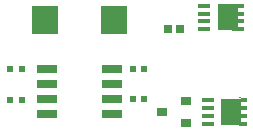
<source format=gbp>
G04*
G04 #@! TF.GenerationSoftware,Altium Limited,Altium Designer,22.3.1 (43)*
G04*
G04 Layer_Color=128*
%FSLAX25Y25*%
%MOIN*%
G70*
G04*
G04 #@! TF.SameCoordinates,C5F4699D-FB43-4DF1-913B-A25CA7802ECB*
G04*
G04*
G04 #@! TF.FilePolarity,Positive*
G04*
G01*
G75*
%ADD12R,0.00984X0.00303*%
%ADD13R,0.06791X0.08799*%
%ADD14R,0.02008X0.01595*%
%ADD15R,0.03898X0.01595*%
%ADD16R,0.03543X0.03150*%
%ADD17R,0.07008X0.02835*%
%ADD18R,0.08661X0.09252*%
%ADD19R,0.02165X0.02165*%
%ADD20R,0.02362X0.02362*%
%ADD21R,0.02992X0.02835*%
D12*
X37677Y-11209D02*
D03*
Y-20311D02*
D03*
D13*
X34776Y-15768D02*
D03*
X33691Y15748D02*
D03*
D14*
X39173Y-11870D02*
D03*
Y-14469D02*
D03*
Y-17067D02*
D03*
Y-19665D02*
D03*
D15*
X26929D02*
D03*
Y-17067D02*
D03*
Y-14469D02*
D03*
Y-11870D02*
D03*
X25846Y11850D02*
D03*
Y14449D02*
D03*
Y17047D02*
D03*
Y19646D02*
D03*
X37146D02*
D03*
Y17047D02*
D03*
Y14449D02*
D03*
Y11850D02*
D03*
D16*
X19685Y-19488D02*
D03*
Y-12008D02*
D03*
X11811Y-15748D02*
D03*
D17*
X-26713Y-16555D02*
D03*
Y-11555D02*
D03*
Y-6555D02*
D03*
Y-1555D02*
D03*
X-4783Y-16555D02*
D03*
Y-11555D02*
D03*
Y-6555D02*
D03*
Y-1555D02*
D03*
D18*
X-4232Y14961D02*
D03*
X-27264D02*
D03*
D19*
X2165Y-1575D02*
D03*
X5709D02*
D03*
X2165Y-11417D02*
D03*
X5709D02*
D03*
D20*
X-39075Y-11811D02*
D03*
X-34941D02*
D03*
X-39075Y-1575D02*
D03*
X-34941D02*
D03*
D21*
X17677Y11811D02*
D03*
X13819D02*
D03*
M02*

</source>
